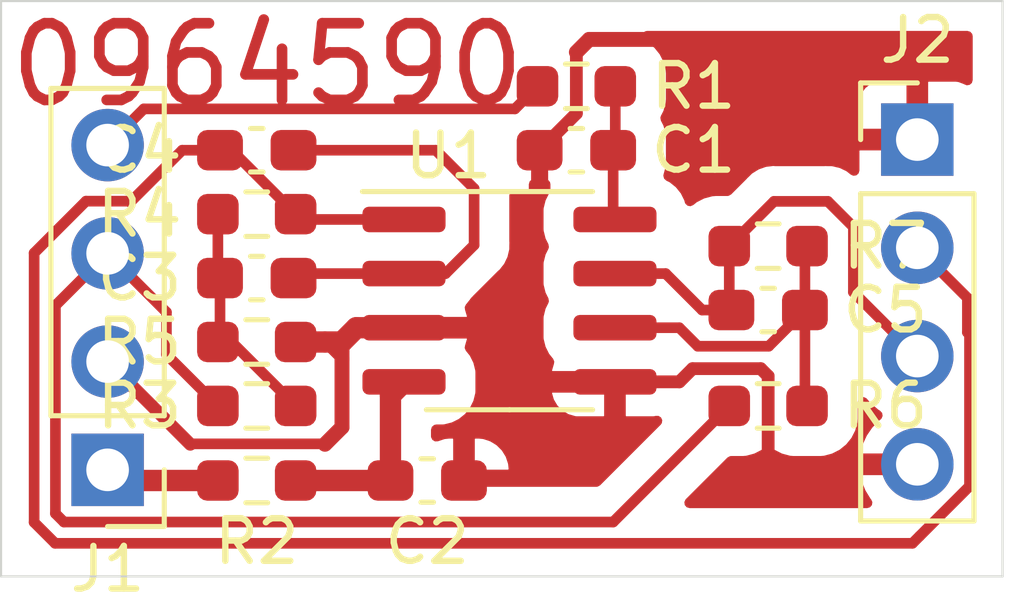
<source format=kicad_pcb>
(kicad_pcb (version 20211014) (generator pcbnew)
  (layers (0 "F.Cu" signal) (31 "B.Cu" signal) (34 "B.Paste" user) (35 "F.Paste" user) (36 "B.SilkS" user "B.Silkscreen") (37 "F.SilkS" user "F.Silkscreen") (38 "B.Mask" user) (39 "F.Mask" user) (44 "Edge.Cuts" user))
  (net 0 "")
  (net 1 "GND")
  (net 2 "Net-(C3-Pad2)")
  (net 3 "Net-(C3-Pad1)")
  (net 4 "+15V")
  (net 5 "-15V")
  (net 6 "/out_a")
  (net 7 "/fb_b")
  (net 8 "/out_b")
  (net 9 "/input")
  (net 10 "/15v")
  (net 11 "/-15v")
  (footprint "Capacitor_SMD:C_0603_1608Metric_Pad1.08x0.95mm_HandSolder" (layer "F.Cu") (at 145 109.5 180)
    (fp_text reference "C1" (at -2.75 0) (layer "F.SilkS"))
    (fp_text value "100n")
    (fp_line (start -0.146267 -0.51) (end 0.146267 -0.51) (layer "F.SilkS") (width 0.12))
    (fp_line (start -0.146267 0.51) (end 0.146267 0.51) (layer "F.SilkS") (width 0.12))
    (pad "1" smd roundrect locked (at -0.8625 0 180) (size 1.075 0.95) (layers "F.Cu" "F.Paste" "F.Mask") (net 10 "/15v"))
    (pad "2" smd roundrect locked (at 0.8625 0 180) (size 1.075 0.95) (layers "F.Cu" "F.Paste" "F.Mask") (net 1 "GND"))
  )
  (footprint "Capacitor_SMD:C_0603_1608Metric_Pad1.08x0.95mm_HandSolder" (layer "F.Cu") (at 141.5 117.25 180)
    (fp_text reference "C2" (at 0 -1.43) (layer "F.SilkS"))
    (fp_text value "100n")
    (fp_line (start -0.146267 -0.51) (end 0.146267 -0.51) (layer "F.SilkS") (width 0.12))
    (fp_line (start -0.146267 0.51) (end 0.146267 0.51) (layer "F.SilkS") (width 0.12))
    (pad "1" smd roundrect locked (at -0.8625 0 180) (size 1.075 0.95) (layers "F.Cu" "F.Paste" "F.Mask") (net 1 "GND"))
    (pad "2" smd roundrect locked (at 0.8625 0 180) (size 1.075 0.95) (layers "F.Cu" "F.Paste" "F.Mask") (net 11 "/-15v"))
  )
  (footprint "Capacitor_SMD:C_0603_1608Metric_Pad1.08x0.95mm_HandSolder" (layer "F.Cu") (at 137.5 112.5 180)
    (fp_text reference "C3" (at 2.75 0) (layer "F.SilkS"))
    (fp_text value "100n")
    (fp_line (start -0.146267 0.51) (end 0.146267 0.51) (layer "F.SilkS") (width 0.12))
    (fp_line (start -0.146267 -0.51) (end 0.146267 -0.51) (layer "F.SilkS") (width 0.12))
    (pad "1" smd roundrect locked (at -0.8625 0 180) (size 1.075 0.95) (layers "F.Cu" "F.Paste" "F.Mask") (net 3 "Net-(C3-Pad1)"))
    (pad "2" smd roundrect locked (at 0.8625 0 180) (size 1.075 0.95) (layers "F.Cu" "F.Paste" "F.Mask") (net 2 "Net-(C3-Pad2)"))
  )
  (footprint "Capacitor_SMD:C_0603_1608Metric_Pad1.08x0.95mm_HandSolder" (layer "F.Cu") (at 137.5 109.5)
    (fp_text reference "C4" (at -2.75 0) (layer "F.SilkS"))
    (fp_text value "100n")
    (fp_line (start -0.146267 -0.51) (end 0.146267 -0.51) (layer "F.SilkS") (width 0.12))
    (fp_line (start -0.146267 0.51) (end 0.146267 0.51) (layer "F.SilkS") (width 0.12))
    (pad "1" smd roundrect locked (at -0.8625 0) (size 1.075 0.95) (layers "F.Cu" "F.Paste" "F.Mask") (net 6 "/out_a"))
    (pad "2" smd roundrect locked (at 0.8625 0) (size 1.075 0.95) (layers "F.Cu" "F.Paste" "F.Mask") (net 3 "Net-(C3-Pad1)"))
  )
  (footprint "Capacitor_SMD:C_0603_1608Metric_Pad1.08x0.95mm_HandSolder" (layer "F.Cu") (at 149.5 113.25)
    (fp_text reference "C5" (at 2.75 0) (layer "F.SilkS"))
    (fp_text value "100n")
    (fp_line (start -0.146267 -0.51) (end 0.146267 -0.51) (layer "F.SilkS") (width 0.12))
    (fp_line (start -0.146267 0.51) (end 0.146267 0.51) (layer "F.SilkS") (width 0.12))
    (pad "1" smd roundrect locked (at -0.8625 0) (size 1.075 0.95) (layers "F.Cu" "F.Paste" "F.Mask") (net 8 "/out_b"))
    (pad "2" smd roundrect locked (at 0.8625 0) (size 1.075 0.95) (layers "F.Cu" "F.Paste" "F.Mask") (net 7 "/fb_b"))
  )
  (footprint "Connector_PinHeader_2.54mm:PinHeader_1x04_P2.54mm_Vertical" (layer "F.Cu") (at 134 117 180)
    (fp_text reference "J1" (at 0 -2.33) (layer "F.SilkS"))
    (fp_text value "input")
    (fp_line (start -1.33 1.27) (end 1.33 1.27) (layer "F.SilkS") (width 0.12))
    (fp_line (start 1.33 1.27) (end 1.33 8.95) (layer "F.SilkS") (width 0.12))
    (fp_line (start -1.33 1.27) (end -1.33 8.95) (layer "F.SilkS") (width 0.12))
    (fp_line (start -1.33 8.95) (end 1.33 8.95) (layer "F.SilkS") (width 0.12))
    (fp_line (start -1.33 0) (end -1.33 -1.33) (layer "F.SilkS") (width 0.12))
    (fp_line (start -1.33 -1.33) (end 0 -1.33) (layer "F.SilkS") (width 0.12))
    (pad "1" thru_hole rect locked (at 0 0 180) (size 1.7 1.7) (drill 1) (layers *.Cu *.Mask) (net 5 "-15V"))
    (pad "2" thru_hole oval locked (at 0 2.54 180) (size 1.7 1.7) (drill 1) (layers *.Cu *.Mask) (net 1 "GND"))
    (pad "3" thru_hole oval locked (at 0 5.08 180) (size 1.7 1.7) (drill 1) (layers *.Cu *.Mask) (net 9 "/input"))
    (pad "4" thru_hole oval locked (at 0 7.62 180) (size 1.7 1.7) (drill 1) (layers *.Cu *.Mask) (net 4 "+15V"))
  )
  (footprint "Connector_PinHeader_2.54mm:PinHeader_1x04_P2.54mm_Vertical" (layer "F.Cu") (at 153 109.25)
    (fp_text reference "J2" (at 0 -2.33) (layer "F.SilkS"))
    (fp_text value "output")
    (fp_line (start -1.33 0) (end -1.33 -1.33) (layer "F.SilkS") (width 0.12))
    (fp_line (start -1.33 1.27) (end -1.33 8.95) (layer "F.SilkS") (width 0.12))
    (fp_line (start -1.33 1.27) (end 1.33 1.27) (layer "F.SilkS") (width 0.12))
    (fp_line (start 1.33 1.27) (end 1.33 8.95) (layer "F.SilkS") (width 0.12))
    (fp_line (start -1.33 -1.33) (end 0 -1.33) (layer "F.SilkS") (width 0.12))
    (fp_line (start -1.33 8.95) (end 1.33 8.95) (layer "F.SilkS") (width 0.12))
    (pad "1" thru_hole rect locked (at 0 0) (size 1.7 1.7) (drill 1) (layers *.Cu *.Mask) (net 1 "GND"))
    (pad "2" thru_hole oval locked (at 0 2.54) (size 1.7 1.7) (drill 1) (layers *.Cu *.Mask) (net 6 "/out_a"))
    (pad "3" thru_hole oval locked (at 0 5.08) (size 1.7 1.7) (drill 1) (layers *.Cu *.Mask) (net 8 "/out_b"))
    (pad "4" thru_hole oval locked (at 0 7.62) (size 1.7 1.7) (drill 1) (layers *.Cu *.Mask) (net 1 "GND"))
  )
  (footprint "Resistor_SMD:R_0603_1608Metric_Pad0.98x0.95mm_HandSolder" (layer "F.Cu") (at 145 108)
    (fp_text reference "R1" (at 2.75 0) (layer "F.SilkS"))
    (fp_text value "10")
    (fp_line (start -0.254724 -0.5225) (end 0.254724 -0.5225) (layer "F.SilkS") (width 0.12))
    (fp_line (start -0.254724 0.5225) (end 0.254724 0.5225) (layer "F.SilkS") (width 0.12))
    (pad "1" smd roundrect locked (at -0.9125 0) (size 0.975 0.95) (layers "F.Cu" "F.Paste" "F.Mask") (net 4 "+15V"))
    (pad "2" smd roundrect locked (at 0.9125 0) (size 0.975 0.95) (layers "F.Cu" "F.Paste" "F.Mask") (net 10 "/15v"))
  )
  (footprint "Resistor_SMD:R_0603_1608Metric_Pad0.98x0.95mm_HandSolder" (layer "F.Cu") (at 137.5 117.25 180)
    (fp_text reference "R2" (at 0 -1.43) (layer "F.SilkS"))
    (fp_text value "10")
    (fp_line (start -0.254724 0.5225) (end 0.254724 0.5225) (layer "F.SilkS") (width 0.12))
    (fp_line (start -0.254724 -0.5225) (end 0.254724 -0.5225) (layer "F.SilkS") (width 0.12))
    (pad "1" smd roundrect locked (at -0.9125 0 180) (size 0.975 0.95) (layers "F.Cu" "F.Paste" "F.Mask") (net 11 "/-15v"))
    (pad "2" smd roundrect locked (at 0.9125 0 180) (size 0.975 0.95) (layers "F.Cu" "F.Paste" "F.Mask") (net 5 "-15V"))
  )
  (footprint "Resistor_SMD:R_0603_1608Metric_Pad0.98x0.95mm_HandSolder" (layer "F.Cu") (at 137.5 115.5 180)
    (fp_text reference "R3" (at 2.75 0) (layer "F.SilkS"))
    (fp_text value "10k")
    (fp_line (start -0.254724 -0.5225) (end 0.254724 -0.5225) (layer "F.SilkS") (width 0.12))
    (fp_line (start -0.254724 0.5225) (end 0.254724 0.5225) (layer "F.SilkS") (width 0.12))
    (pad "1" smd roundrect locked (at -0.9125 0 180) (size 0.975 0.95) (layers "F.Cu" "F.Paste" "F.Mask") (net 2 "Net-(C3-Pad2)"))
    (pad "2" smd roundrect locked (at 0.9125 0 180) (size 0.975 0.95) (layers "F.Cu" "F.Paste" "F.Mask") (net 9 "/input"))
  )
  (footprint "Resistor_SMD:R_0603_1608Metric_Pad0.98x0.95mm_HandSolder" (layer "F.Cu") (at 137.5 111 180)
    (fp_text reference "R4" (at 2.75 0) (layer "F.SilkS"))
    (fp_text value "10k")
    (fp_line (start -0.254724 0.5225) (end 0.254724 0.5225) (layer "F.SilkS") (width 0.12))
    (fp_line (start -0.254724 -0.5225) (end 0.254724 -0.5225) (layer "F.SilkS") (width 0.12))
    (pad "1" smd roundrect locked (at -0.9125 0 180) (size 0.975 0.95) (layers "F.Cu" "F.Paste" "F.Mask") (net 6 "/out_a"))
    (pad "2" smd roundrect locked (at 0.9125 0 180) (size 0.975 0.95) (layers "F.Cu" "F.Paste" "F.Mask") (net 2 "Net-(C3-Pad2)"))
  )
  (footprint "Resistor_SMD:R_0603_1608Metric_Pad0.98x0.95mm_HandSolder" (layer "F.Cu") (at 137.5 114)
    (fp_text reference "R5" (at -2.75 0) (layer "F.SilkS"))
    (fp_text value "10k")
    (fp_line (start -0.254724 0.5225) (end 0.254724 0.5225) (layer "F.SilkS") (width 0.12))
    (fp_line (start -0.254724 -0.5225) (end 0.254724 -0.5225) (layer "F.SilkS") (width 0.12))
    (pad "1" smd roundrect locked (at -0.9125 0) (size 0.975 0.95) (layers "F.Cu" "F.Paste" "F.Mask") (net 2 "Net-(C3-Pad2)"))
    (pad "2" smd roundrect locked (at 0.9125 0) (size 0.975 0.95) (layers "F.Cu" "F.Paste" "F.Mask") (net 1 "GND"))
  )
  (footprint "Resistor_SMD:R_0603_1608Metric_Pad0.98x0.95mm_HandSolder" (layer "F.Cu") (at 149.5 115.5 180)
    (fp_text reference "R6" (at -2.75 0) (layer "F.SilkS"))
    (fp_text value "10k")
    (fp_line (start -0.254724 0.5225) (end 0.254724 0.5225) (layer "F.SilkS") (width 0.12))
    (fp_line (start -0.254724 -0.5225) (end 0.254724 -0.5225) (layer "F.SilkS") (width 0.12))
    (pad "1" smd roundrect locked (at -0.9125 0 180) (size 0.975 0.95) (layers "F.Cu" "F.Paste" "F.Mask") (net 7 "/fb_b"))
    (pad "2" smd roundrect locked (at 0.9125 0 180) (size 0.975 0.95) (layers "F.Cu" "F.Paste" "F.Mask") (net 9 "/input"))
  )
  (footprint "Resistor_SMD:R_0603_1608Metric_Pad0.98x0.95mm_HandSolder" (layer "F.Cu") (at 149.5 111.75)
    (fp_text reference "R7" (at 2.75 0) (layer "F.SilkS"))
    (fp_text value "10k")
    (fp_line (start -0.254724 0.5225) (end 0.254724 0.5225) (layer "F.SilkS") (width 0.12))
    (fp_line (start -0.254724 -0.5225) (end 0.254724 -0.5225) (layer "F.SilkS") (width 0.12))
    (pad "1" smd roundrect locked (at -0.9125 0) (size 0.975 0.95) (layers "F.Cu" "F.Paste" "F.Mask") (net 8 "/out_b"))
    (pad "2" smd roundrect locked (at 0.9125 0) (size 0.975 0.95) (layers "F.Cu" "F.Paste" "F.Mask") (net 7 "/fb_b"))
  )
  (footprint "Package_SO:SOIC-8_3.9x4.9mm_P1.27mm" (layer "F.Cu") (at 143.43 113.03)
    (fp_text reference "U1" (at -1.43 -3.4) (layer "F.SilkS"))
    (fp_text value "LM358")
    (fp_line (start 0 2.56) (end -1.95 2.56) (layer "F.SilkS") (width 0.12))
    (fp_line (start 0 2.56) (end 1.95 2.56) (layer "F.SilkS") (width 0.12))
    (fp_line (start 0 -2.56) (end -3.45 -2.56) (layer "F.SilkS") (width 0.12))
    (fp_line (start 0 -2.56) (end 1.95 -2.56) (layer "F.SilkS") (width 0.12))
    (pad "1" smd roundrect locked (at -2.475 -1.905) (size 1.95 0.6) (layers "F.Cu" "F.Paste" "F.Mask") (net 6 "/out_a"))
    (pad "2" smd roundrect locked (at -2.475 -0.635) (size 1.95 0.6) (layers "F.Cu" "F.Paste" "F.Mask") (net 3 "Net-(C3-Pad1)"))
    (pad "3" smd roundrect locked (at -2.475 0.635) (size 1.95 0.6) (layers "F.Cu" "F.Paste" "F.Mask") (net 1 "GND"))
    (pad "4" smd roundrect locked (at -2.475 1.905) (size 1.95 0.6) (layers "F.Cu" "F.Paste" "F.Mask") (net 11 "/-15v"))
    (pad "5" smd roundrect locked (at 2.475 1.905) (size 1.95 0.6) (layers "F.Cu" "F.Paste" "F.Mask") (net 1 "GND"))
    (pad "6" smd roundrect locked (at 2.475 0.635) (size 1.95 0.6) (layers "F.Cu" "F.Paste" "F.Mask") (net 7 "/fb_b"))
    (pad "7" smd roundrect locked (at 2.475 -0.635) (size 1.95 0.6) (layers "F.Cu" "F.Paste" "F.Mask") (net 8 "/out_b"))
    (pad "8" smd roundrect locked (at 2.475 -1.905) (size 1.95 0.6) (layers "F.Cu" "F.Paste" "F.Mask") (net 10 "/15v"))
  )
  (gr_line (start 131.5 106) (end 131.5 119.5) (layer "Edge.Cuts") (width 0.05))
  (gr_line (start 155 106) (end 131.5 106) (layer "Edge.Cuts") (width 0.05))
  (gr_line (start 155 119.5) (end 155 106) (layer "Edge.Cuts") (width 0.05))
  (gr_line (start 131.5 119.5) (end 155 119.5) (layer "Edge.Cuts") (width 0.05))
  (gr_text "0964590" (at 137.75 107.5) (layer "F.Cu") (effects (font (size 1.8 1.8) (thickness 0.25))))
  (segment (start 149.32548 114.62548) (end 149.5 114.8) (width 0.3) (layer "F.Cu") (net 1))
  (segment (start 147.72642 114.62548) (end 149.32548 114.62548) (width 0.3) (layer "F.Cu") (net 1))
  (segment (start 139.835 113.665) (end 140.955 113.665) (width 0.5) (layer "F.Cu") (net 1))
  (segment (start 149.5 114.8) (end 149.5 116.6) (width 0.3) (layer "F.Cu") (net 1))
  (segment (start 135.94998 116.39) (end 135.93999 116.39999) (width 0.25) (layer "F.Cu") (net 1))
  (segment (start 147.72642 114.62548) (end 147.4169 114.935) (width 0.3) (layer "F.Cu") (net 1))
  (segment (start 139.5 114) (end 139.1 114) (width 0.5) (layer "F.Cu") (net 1))
  (segment (start 139.10001 116.39999) (end 139.09002 116.39) (width 0.25) (layer "F.Cu") (net 1))
  (segment (start 144.1375 109.5) (end 144.99952 108.63798) (width 0.3) (layer "F.Cu") (net 1))
  (segment (start 139.5 116) (end 139.10001 116.39999) (width 0.35) (layer "F.Cu") (net 1))
  (segment (start 147 106.9) (end 147.5 107.4) (width 0.35) (layer "F.Cu") (net 1))
  (segment (start 139.5 114) (end 139.5 114.4) (width 0.35) (layer "F.Cu") (net 1))
  (segment (start 144.99952 108.63798) (end 144.99952 107.20048) (width 0.3) (layer "F.Cu") (net 1))
  (segment (start 144.1375 109.5) (end 144.1375 110.5) (width 0.4) (layer "F.Cu") (net 1))
  (segment (start 139.5 114.4) (end 139.5 116) (width 0.35) (layer "F.Cu") (net 1))
  (segment (start 139.09002 116.39) (end 135.94998 116.39) (width 0.25) (layer "F.Cu") (net 1))
  (segment (start 147.4169 114.935) (end 145.905 114.935) (width 0.3) (layer "F.Cu") (net 1))
  (segment (start 144.99952 107.20048) (end 145.3 106.9) (width 0.35) (layer "F.Cu") (net 1))
  (segment (start 134 114.46) (end 135.93999 116.39999) (width 0.3) (layer "F.Cu") (net 1))
  (segment (start 139.5 114) (end 139.835 113.665) (width 0.5) (layer "F.Cu") (net 1))
  (segment (start 139.1 114) (end 138.4125 114) (width 0.5) (layer "F.Cu") (net 1))
  (segment (start 145.3 106.9) (end 147 106.9) (width 0.35) (layer "F.Cu") (net 1))
  (segment (start 139.1 114) (end 139.5 114.4) (width 0.25) (layer "F.Cu") (net 1))
  (segment (start 136.9125 114) (end 138.4125 115.5) (width 0.25) (layer "F.Cu") (net 2))
  (segment (start 136.6375 113.95) (end 136.5875 114) (width 0.25) (layer "F.Cu") (net 2))
  (segment (start 136.5875 112.45) (end 136.6375 112.5) (width 0.25) (layer "F.Cu") (net 2))
  (segment (start 136.5875 114) (end 136.9125 114) (width 0.25) (layer "F.Cu") (net 2))
  (segment (start 136.6375 112.5) (end 136.6375 113.95) (width 0.25) (layer "F.Cu") (net 2))
  (segment (start 136.5875 111) (end 136.5875 112.45) (width 0.25) (layer "F.Cu") (net 2))
  (segment (start 140.955 112.395) (end 141.93 112.395) (width 0.25) (layer "F.Cu") (net 3))
  (segment (start 142.6 111.725) (end 142.6 110.4) (width 0.25) (layer "F.Cu") (net 3))
  (segment (start 140.955 112.395) (end 138.4675 112.395) (width 0.25) (layer "F.Cu") (net 3))
  (segment (start 141.93 112.395) (end 142.6 111.725) (width 0.25) (layer "F.Cu") (net 3))
  (segment (start 142.6 110.4) (end 141.7 109.5) (width 0.25) (layer "F.Cu") (net 3))
  (segment (start 138.4675 112.395) (end 138.3625 112.5) (width 0.25) (layer "F.Cu") (net 3))
  (segment (start 141.7 109.5) (end 138.3625 109.5) (width 0.25) (layer "F.Cu") (net 3))
  (segment (start 134 109.38) (end 134.849999 108.530001) (width 0.25) (layer "F.Cu") (net 4))
  (segment (start 143.557499 108.530001) (end 144.0875 108) (width 0.25) (layer "F.Cu") (net 4))
  (segment (start 134.849999 108.530001) (end 143.557499 108.530001) (width 0.25) (layer "F.Cu") (net 4))
  (segment (start 134.25 117.25) (end 134 117) (width 0.5) (layer "F.Cu") (net 5))
  (segment (start 136.5875 117.25) (end 134.25 117.25) (width 0.5) (layer "F.Cu") (net 5))
  (segment (start 154.224511 117.384491) (end 154.224511 113.82279) (width 0.25) (layer "F.Cu") (net 6))
  (segment (start 134.53086 110.71914) (end 134.50721 110.695489) (width 0.25) (layer "F.Cu") (net 6))
  (segment (start 154.224511 113.82279) (end 154.175001 113.77328) (width 0.25) (layer "F.Cu") (net 6))
  (segment (start 132.27597 111.912309) (end 132.27597 118.23142) (width 0.25) (layer "F.Cu") (net 6))
  (segment (start 140.955 111.125) (end 138.5375 111.125) (width 0.25) (layer "F.Cu") (net 6))
  (segment (start 154.175001 112.965001) (end 153 111.79) (width 0.25) (layer "F.Cu") (net 6))
  (segment (start 154.175001 113.77328) (end 154.175001 112.965001) (width 0.25) (layer "F.Cu") (net 6))
  (segment (start 134.50721 110.695489) (end 133.49279 110.695489) (width 0.25) (layer "F.Cu") (net 6))
  (segment (start 152.884972 118.72403) (end 153.054501 118.554501) (width 0.25) (layer "F.Cu") (net 6))
  (segment (start 135.75 109.5) (end 134.53086 110.71914) (width 0.25) (layer "F.Cu") (net 6))
  (segment (start 136.6375 109.5) (end 136.9125 109.5) (width 0.25) (layer "F.Cu") (net 6))
  (segment (start 132.27597 118.23142) (end 132.76858 118.72403) (width 0.25) (layer "F.Cu") (net 6))
  (segment (start 133.49279 110.695489) (end 132.27597 111.912309) (width 0.25) (layer "F.Cu") (net 6))
  (segment (start 132.76858 118.72403) (end 152.884972 118.72403) (width 0.25) (layer "F.Cu") (net 6))
  (segment (start 136.9125 109.5) (end 138.4125 111) (width 0.25) (layer "F.Cu") (net 6))
  (segment (start 138.5375 111.125) (end 138.4125 111) (width 0.25) (layer "F.Cu") (net 6))
  (segment (start 153.054501 118.554501) (end 154.224511 117.384491) (width 0.25) (layer "F.Cu") (net 6))
  (segment (start 136.6375 109.5) (end 135.75 109.5) (width 0.25) (layer "F.Cu") (net 6))
  (segment (start 150.3625 111.8) (end 150.4125 111.75) (width 0.25) (layer "F.Cu") (net 7))
  (segment (start 150.3625 113.25) (end 150.3625 111.8) (width 0.25) (layer "F.Cu") (net 7))
  (segment (start 147.84952 114.09952) (end 149.51298 114.09952) (width 0.25) (layer "F.Cu") (net 7))
  (segment (start 150.3625 115.45) (end 150.4125 115.5) (width 0.25) (layer "F.Cu") (net 7))
  (segment (start 150.3625 113.25) (end 150.3625 115.45) (width 0.25) (layer "F.Cu") (net 7))
  (segment (start 145.905 113.665) (end 147.415 113.665) (width 0.25) (layer "F.Cu") (net 7))
  (segment (start 147.415 113.665) (end 147.84952 114.09952) (width 0.25) (layer "F.Cu") (net 7))
  (segment (start 149.51298 114.09952) (end 150.3625 113.25) (width 0.25) (layer "F.Cu") (net 7))
  (segment (start 147.95 113.25) (end 148.6375 113.25) (width 0.25) (layer "F.Cu") (net 8))
  (segment (start 147.095 112.395) (end 147.95 113.25) (width 0.25) (layer "F.Cu") (net 8))
  (segment (start 148.5875 111.75) (end 148.5875 113.2) (width 0.25) (layer "F.Cu") (net 8))
  (segment (start 151.5 111.3) (end 151.5 112.83) (width 0.25) (layer "F.Cu") (net 8))
  (segment (start 148.5875 111.75) (end 149.6375 110.7) (width 0.25) (layer "F.Cu") (net 8))
  (segment (start 149.6375 110.7) (end 150.9 110.7) (width 0.25) (layer "F.Cu") (net 8))
  (segment (start 148.5875 113.2) (end 148.6375 113.25) (width 0.25) (layer "F.Cu") (net 8))
  (segment (start 145.905 112.395) (end 147.095 112.395) (width 0.25) (layer "F.Cu") (net 8))
  (segment (start 151.5 112.83) (end 153 114.33) (width 0.25) (layer "F.Cu") (net 8))
  (segment (start 150.9 110.7) (end 151.5 111.3) (width 0.25) (layer "F.Cu") (net 8))
  (segment (start 134 111.92) (end 135.38 113.3) (width 0.25) (layer "F.Cu") (net 9))
  (segment (start 132.975489 118.224511) (end 132.775489 118.024511) (width 0.25) (layer "F.Cu") (net 9))
  (segment (start 132.775489 113.144511) (end 132.775489 118.024511) (width 0.25) (layer "F.Cu") (net 9))
  (segment (start 134 111.92) (end 132.775489 113.144511) (width 0.25) (layer "F.Cu") (net 9))
  (segment (start 132.975489 118.224511) (end 145.862989 118.224511) (width 0.25) (layer "F.Cu") (net 9))
  (segment (start 135.38 114.2925) (end 136.5875 115.5) (width 0.25) (layer "F.Cu") (net 9))
  (segment (start 145.862989 118.224511) (end 148.5875 115.5) (width 0.25) (layer "F.Cu") (net 9))
  (segment (start 135.38 113.3) (end 135.38 114.2925) (width 0.25) (layer "F.Cu") (net 9))
  (segment (start 145.8625 111.0825) (end 145.905 111.125) (width 0.25) (layer "F.Cu") (net 10))
  (segment (start 145.8625 109.5) (end 145.8625 111.0825) (width 0.25) (layer "F.Cu") (net 10))
  (segment (start 145.9125 109.45) (end 145.8625 109.5) (width 0.25) (layer "F.Cu") (net 10))
  (segment (start 145.9125 108) (end 145.9125 109.45) (width 0.25) (layer "F.Cu") (net 10))
  (segment (start 140.6375 117.25) (end 140.6375 115.2525) (width 0.5) (layer "F.Cu") (net 11))
  (segment (start 140.6375 115.2525) (end 140.955 114.935) (width 0.5) (layer "F.Cu") (net 11))
  (segment (start 138.4125 117.25) (end 140.6375 117.25) (width 0.5) (layer "F.Cu") (net 11))
  (zone (net 1) (net_name "GND") (layer "F.Cu") (connect_pads (clearance 0.7)) (min_thickness 0.25) (fill yes (thermal_gap 0.508) (thermal_bridge_width 0.508))
    (polygon (pts (xy 154.5 119) (xy 132 119) (xy 132 107) (xy 145 107) (xy 145.5 106.5) (xy 154.5 106.5)))
  )
)
</source>
